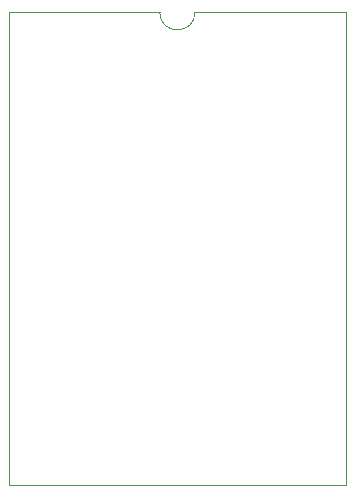
<source format=gbr>
%TF.GenerationSoftware,KiCad,Pcbnew,(6.0.4)*%
%TF.CreationDate,2023-03-08T20:25:47-05:00*%
%TF.ProjectId,Motor_module,4d6f746f-725f-46d6-9f64-756c652e6b69,rev?*%
%TF.SameCoordinates,Original*%
%TF.FileFunction,Profile,NP*%
%FSLAX46Y46*%
G04 Gerber Fmt 4.6, Leading zero omitted, Abs format (unit mm)*
G04 Created by KiCad (PCBNEW (6.0.4)) date 2023-03-08 20:25:47*
%MOMM*%
%LPD*%
G01*
G04 APERTURE LIST*
%TA.AperFunction,Profile*%
%ADD10C,0.100000*%
%TD*%
G04 APERTURE END LIST*
D10*
X132500000Y-54000000D02*
X132500000Y-94000000D01*
X132500000Y-94000000D02*
X161000000Y-94000000D01*
X161000000Y-94000000D02*
X161000000Y-54000000D01*
X161000000Y-54000000D02*
X148250000Y-54000000D01*
X132500000Y-54000000D02*
X145250000Y-54000000D01*
X145250000Y-54000000D02*
G75*
G03*
X148250000Y-54000000I1500000J0D01*
G01*
M02*

</source>
